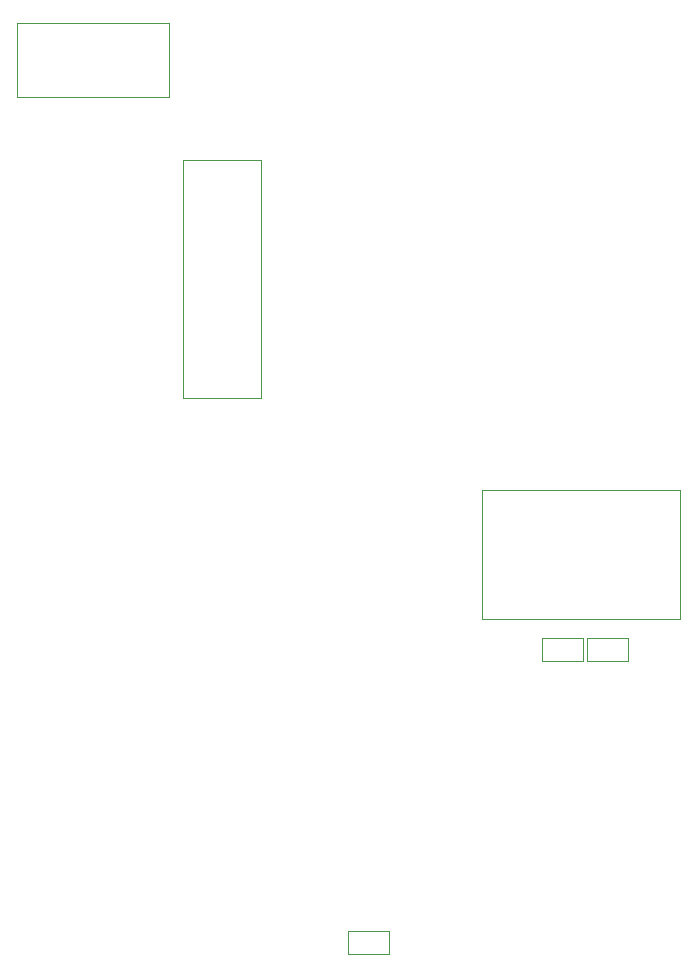
<source format=gbr>
%TF.GenerationSoftware,Altium Limited,Altium Designer,20.0.11 (256)*%
G04 Layer_Color=0*
%FSLAX26Y26*%
%MOIN*%
%TF.FileFunction,Other,Bottom_Component_Outline*%
%TF.Part,Single*%
G01*
G75*
%TA.AperFunction,NonConductor*%
%ADD162C,0.001968*%
D162*
X1375000Y1996417D02*
Y2789724D01*
X1115158D02*
X1375000D01*
X1115158Y1996417D02*
X1375000D01*
X1115158D02*
Y2789724D01*
X2448307Y1121220D02*
Y1198780D01*
X2311693D02*
X2448307D01*
X2311693Y1121220D02*
X2448307D01*
X2311693D02*
Y1198780D01*
X1801772Y142520D02*
Y220079D01*
X1665158D02*
X1801772D01*
X1665158Y142520D02*
Y220079D01*
Y142520D02*
X1801772D01*
X560730Y2999604D02*
Y3245667D01*
Y2999604D02*
X1068604D01*
Y3245667D01*
X560730D02*
X1068604D01*
X2769528Y1260236D02*
Y1689370D01*
X2110472Y1260236D02*
X2769528D01*
X2110472D02*
Y1689370D01*
X2769528D01*
X2598307Y1121220D02*
Y1198780D01*
X2461693D02*
X2598307D01*
X2461693Y1121220D02*
X2598307D01*
X2461693D02*
Y1198780D01*
%TF.MD5,3c0771fc2be22d30ff27acc7f8104ae3*%
M02*

</source>
